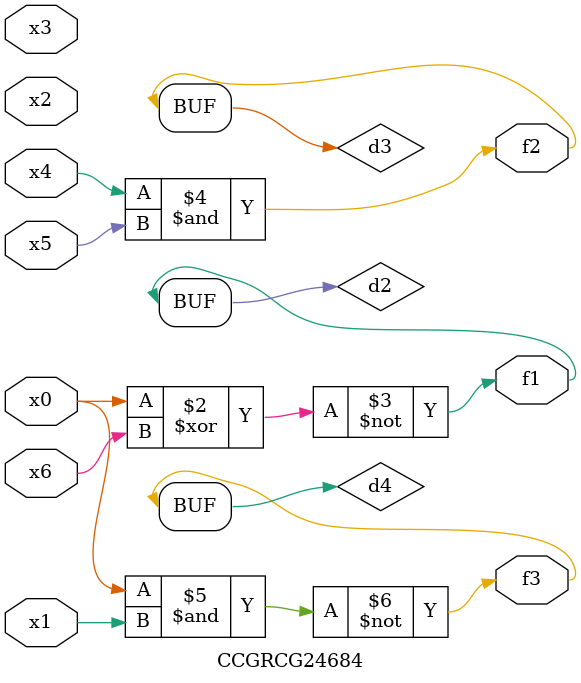
<source format=v>
module CCGRCG24684(
	input x0, x1, x2, x3, x4, x5, x6,
	output f1, f2, f3
);

	wire d1, d2, d3, d4;

	nor (d1, x0);
	xnor (d2, x0, x6);
	and (d3, x4, x5);
	nand (d4, x0, x1);
	assign f1 = d2;
	assign f2 = d3;
	assign f3 = d4;
endmodule

</source>
